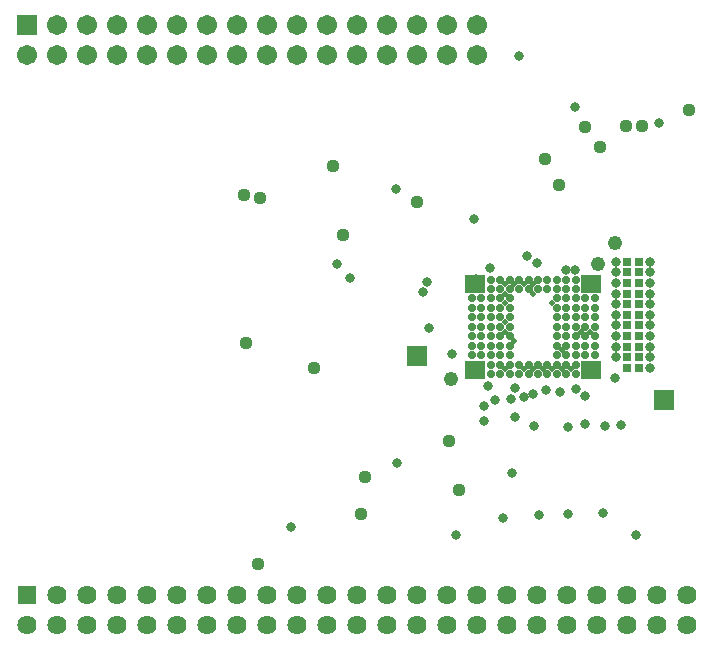
<source format=gbs>
%FSLAX25Y25*%
%MOIN*%
G70*
G01*
G75*
G04 Layer_Color=16711935*
%ADD10R,0.02362X0.01969*%
%ADD11R,0.01969X0.02362*%
%ADD12R,0.03937X0.03937*%
%ADD13R,0.02756X0.05118*%
%ADD14O,0.09843X0.02756*%
%ADD15O,0.00984X0.08709*%
%ADD16R,0.02165X0.05709*%
%ADD17R,0.02165X0.05709*%
%ADD18R,0.05709X0.02165*%
%ADD19R,0.05709X0.02165*%
%ADD20R,0.05500X0.05500*%
%ADD21C,0.00600*%
%ADD22C,0.01000*%
%ADD23R,0.04016X0.47795*%
%ADD24R,0.19930X0.02835*%
%ADD25R,0.05709X0.11535*%
%ADD26R,0.11693X0.05748*%
%ADD27R,0.09685X0.11614*%
%ADD28R,0.10354X0.24724*%
%ADD29R,0.03976X0.38622*%
%ADD30R,0.07756X0.05591*%
%ADD31R,0.02795X0.25433*%
%ADD32R,0.11102X0.04685*%
%ADD33R,0.22165X0.17244*%
%ADD34R,0.18858X0.15748*%
%ADD35R,0.03150X0.09449*%
%ADD36R,0.06299X0.06299*%
%ADD37R,0.04331X0.03937*%
%ADD38R,0.14756X0.04150*%
%ADD39C,0.04000*%
%ADD40C,0.05906*%
%ADD41R,0.05906X0.05906*%
%ADD42R,0.06000X0.06000*%
%ADD43C,0.06000*%
%ADD44C,0.02400*%
%ADD45C,0.01181*%
%ADD46C,0.03600*%
%ADD47R,0.06102X0.05512*%
%ADD48C,0.01969*%
%ADD49R,0.06732X0.10591*%
%ADD50R,0.03740X0.01811*%
%ADD51R,0.01614X0.03150*%
%ADD52R,0.01811X0.06772*%
%ADD53R,0.04134X0.15748*%
%ADD54R,0.05118X0.03150*%
%ADD55R,0.10827X0.05079*%
%ADD56R,0.04764X0.03898*%
%ADD57R,0.07559X0.05039*%
%ADD58R,0.07323X0.08110*%
%ADD59R,0.08425X0.10433*%
%ADD60R,0.04882X0.04803*%
%ADD61R,0.07008X0.05315*%
%ADD62R,0.03701X0.18425*%
%ADD63R,0.06299X0.10630*%
%ADD64R,0.04724X0.02362*%
%ADD65R,0.06299X0.01969*%
%ADD66R,0.12165X0.03661*%
%ADD67R,0.14488X0.02402*%
%ADD68R,0.05236X0.01969*%
%ADD69R,0.14724X0.11417*%
%ADD70C,0.00984*%
%ADD71C,0.02362*%
%ADD72C,0.00394*%
%ADD73C,0.00787*%
%ADD74C,0.00100*%
%ADD75C,0.00800*%
%ADD76C,0.00500*%
%ADD77R,0.03162X0.02769*%
%ADD78R,0.02769X0.03162*%
%ADD79R,0.04737X0.04737*%
%ADD80R,0.03556X0.05918*%
%ADD81O,0.10642X0.03556*%
%ADD82O,0.01784X0.09509*%
%ADD83R,0.02965X0.06509*%
%ADD84R,0.02965X0.06509*%
%ADD85R,0.06509X0.02965*%
%ADD86R,0.06509X0.02965*%
%ADD87C,0.04800*%
%ADD88C,0.06706*%
%ADD89R,0.06706X0.06706*%
%ADD90R,0.06400X0.06400*%
%ADD91C,0.06400*%
%ADD92C,0.03200*%
%ADD93C,0.01981*%
%ADD94C,0.04400*%
%ADD95R,0.06902X0.06312*%
%ADD96C,0.02769*%
D77*
X215905Y132362D02*
D03*
X211968D02*
D03*
X215905Y128819D02*
D03*
X211968D02*
D03*
X215905Y125276D02*
D03*
X211968D02*
D03*
X215905Y121732D02*
D03*
X211968D02*
D03*
X211968Y96929D02*
D03*
X215905D02*
D03*
X215905Y100472D02*
D03*
X211968D02*
D03*
X211968Y118189D02*
D03*
X215905D02*
D03*
X211968Y114646D02*
D03*
X215905D02*
D03*
X215905Y111102D02*
D03*
X211968D02*
D03*
X215905Y107559D02*
D03*
X211968D02*
D03*
X215905Y104016D02*
D03*
X211968D02*
D03*
D87*
X207992Y138661D02*
D03*
X153416Y93134D02*
D03*
X202235Y131716D02*
D03*
D88*
X162000Y201297D02*
D03*
Y211297D02*
D03*
X152000Y201297D02*
D03*
Y211297D02*
D03*
X142000Y201297D02*
D03*
Y211297D02*
D03*
X132000Y201297D02*
D03*
Y211297D02*
D03*
X122000Y201297D02*
D03*
Y211297D02*
D03*
X112000Y201297D02*
D03*
Y211297D02*
D03*
X102000Y201297D02*
D03*
Y211297D02*
D03*
X92000Y201297D02*
D03*
Y211297D02*
D03*
X82000Y201297D02*
D03*
Y211297D02*
D03*
X72000Y201297D02*
D03*
Y211297D02*
D03*
X62000Y201297D02*
D03*
Y211297D02*
D03*
X52000Y201297D02*
D03*
Y211297D02*
D03*
X42000Y201297D02*
D03*
Y211297D02*
D03*
X32000Y201297D02*
D03*
Y211297D02*
D03*
X22000Y201297D02*
D03*
Y211297D02*
D03*
X12000Y201297D02*
D03*
D89*
Y211297D02*
D03*
X141999Y101008D02*
D03*
X224200Y86339D02*
D03*
D90*
X12000Y21297D02*
D03*
D91*
Y11297D02*
D03*
X92001Y21297D02*
D03*
X82000Y11297D02*
D03*
Y21297D02*
D03*
X62001D02*
D03*
X72000Y11297D02*
D03*
X62001D02*
D03*
X102000Y21297D02*
D03*
X72000D02*
D03*
X92001Y11297D02*
D03*
X132001D02*
D03*
X52000Y21297D02*
D03*
X42000D02*
D03*
Y11297D02*
D03*
X52000D02*
D03*
X142000D02*
D03*
Y21297D02*
D03*
X152000D02*
D03*
Y11297D02*
D03*
X232000Y21297D02*
D03*
X222001Y11297D02*
D03*
X212000Y21297D02*
D03*
Y11297D02*
D03*
X202000Y21297D02*
D03*
Y11297D02*
D03*
X192000D02*
D03*
X182001D02*
D03*
X172001D02*
D03*
X182001Y21297D02*
D03*
X172001D02*
D03*
X162001D02*
D03*
Y11297D02*
D03*
X32000Y21297D02*
D03*
Y11297D02*
D03*
X102000D02*
D03*
X132001Y21297D02*
D03*
X122001Y11297D02*
D03*
X192000Y21297D02*
D03*
X232000Y11297D02*
D03*
X222001Y21297D02*
D03*
X112001D02*
D03*
X122001D02*
D03*
X112001Y11297D02*
D03*
X22001Y21297D02*
D03*
Y11297D02*
D03*
D92*
X178800Y134400D02*
D03*
X207953Y93622D02*
D03*
X175984Y201024D02*
D03*
X164331Y79331D02*
D03*
X192393Y48237D02*
D03*
X182550Y47904D02*
D03*
X170787Y47087D02*
D03*
X204095Y48583D02*
D03*
X100039Y44094D02*
D03*
X135315Y65197D02*
D03*
X194528Y184016D02*
D03*
X222520Y178532D02*
D03*
X165791Y90828D02*
D03*
X153543Y101457D02*
D03*
X145984Y110236D02*
D03*
X208313Y114646D02*
D03*
Y132362D02*
D03*
Y128819D02*
D03*
Y100472D02*
D03*
Y107559D02*
D03*
Y104016D02*
D03*
Y125276D02*
D03*
Y111102D02*
D03*
Y118189D02*
D03*
Y121732D02*
D03*
X191605Y129748D02*
D03*
X194755D02*
D03*
X166408Y130141D02*
D03*
X164173Y84252D02*
D03*
X168032Y86339D02*
D03*
X145276Y125551D02*
D03*
X143898Y122362D02*
D03*
X181850Y132047D02*
D03*
X210079Y78071D02*
D03*
X204606Y77638D02*
D03*
X184881Y89567D02*
D03*
X180669Y88307D02*
D03*
X177667Y87346D02*
D03*
X173465Y86614D02*
D03*
X174488Y90197D02*
D03*
X189606Y89016D02*
D03*
X194921Y90000D02*
D03*
X160995Y146677D02*
D03*
X119558Y126858D02*
D03*
X115227Y131582D02*
D03*
X134912Y156519D02*
D03*
X197904Y87622D02*
D03*
X174676Y80535D02*
D03*
X219561Y121732D02*
D03*
Y118189D02*
D03*
Y111102D02*
D03*
X161727Y126705D02*
D03*
X180936Y77464D02*
D03*
X219561Y125276D02*
D03*
X173630Y62031D02*
D03*
X219561Y104016D02*
D03*
Y107559D02*
D03*
Y96929D02*
D03*
Y100472D02*
D03*
X192403Y77402D02*
D03*
X197907Y78423D02*
D03*
X219561Y128819D02*
D03*
Y132362D02*
D03*
Y114646D02*
D03*
X214833Y41165D02*
D03*
X154991Y41165D02*
D03*
D93*
X180748Y121693D02*
D03*
X171299D02*
D03*
Y109095D02*
D03*
X199646D02*
D03*
X196496D02*
D03*
X171299Y112244D02*
D03*
X190197Y102795D02*
D03*
X187047Y118543D02*
D03*
X174449Y105945D02*
D03*
X171299Y118543D02*
D03*
Y124843D02*
D03*
X174449D02*
D03*
X180748D02*
D03*
X177598D02*
D03*
X183898Y96496D02*
D03*
X171259Y96496D02*
D03*
X193347Y96496D02*
D03*
X190197D02*
D03*
X187047D02*
D03*
X177598D02*
D03*
X180748D02*
D03*
D94*
X156102Y56417D02*
D03*
X89724Y153740D02*
D03*
X89016Y31653D02*
D03*
X232638Y182992D02*
D03*
X197823Y177154D02*
D03*
X113819Y164370D02*
D03*
X107609Y97004D02*
D03*
X152629Y72661D02*
D03*
X189243Y158094D02*
D03*
X141999Y152189D02*
D03*
X184519Y166756D02*
D03*
X117196Y141425D02*
D03*
X84912Y105204D02*
D03*
X124563Y60583D02*
D03*
X84244Y154690D02*
D03*
X123389Y48364D02*
D03*
X203013Y170625D02*
D03*
X211741Y177639D02*
D03*
X216885Y177483D02*
D03*
D95*
X161358Y96299D02*
D03*
X161358Y125039D02*
D03*
X200138Y96299D02*
D03*
Y125039D02*
D03*
D96*
X172874Y94921D02*
D03*
Y110669D02*
D03*
X163425D02*
D03*
X172874Y126417D02*
D03*
X188622Y94921D02*
D03*
X198071Y110669D02*
D03*
X188622D02*
D03*
Y126417D02*
D03*
X172874Y98071D02*
D03*
Y101221D02*
D03*
X163425D02*
D03*
X172874Y104370D02*
D03*
X163425D02*
D03*
X172874Y107520D02*
D03*
X163425D02*
D03*
X172874Y113819D02*
D03*
X163425D02*
D03*
X172874Y116969D02*
D03*
X163425D02*
D03*
X172874Y120118D02*
D03*
X163425D02*
D03*
X172874Y123268D02*
D03*
X188622Y98071D02*
D03*
X198071Y101221D02*
D03*
X188622D02*
D03*
X198071Y104370D02*
D03*
X188622D02*
D03*
X198071Y107520D02*
D03*
X188622D02*
D03*
X198071Y113819D02*
D03*
X188622D02*
D03*
X198071Y116969D02*
D03*
X188622D02*
D03*
X198071Y120118D02*
D03*
X188622D02*
D03*
Y123268D02*
D03*
X160276Y110669D02*
D03*
X169724Y94921D02*
D03*
X166575D02*
D03*
X169724Y110669D02*
D03*
X166575D02*
D03*
X169724Y126417D02*
D03*
X166575D02*
D03*
X179173Y94921D02*
D03*
X176024D02*
D03*
X179173Y126417D02*
D03*
X176024D02*
D03*
X185472Y94921D02*
D03*
X182323D02*
D03*
X185472Y126417D02*
D03*
X182323D02*
D03*
X191772Y94921D02*
D03*
X194921Y110669D02*
D03*
X191772D02*
D03*
X194921Y94921D02*
D03*
Y126417D02*
D03*
X191772D02*
D03*
X201220Y110669D02*
D03*
X160276Y101221D02*
D03*
Y104370D02*
D03*
Y107520D02*
D03*
Y113819D02*
D03*
Y116969D02*
D03*
Y120118D02*
D03*
X169724Y98071D02*
D03*
X166575D02*
D03*
X169724Y101221D02*
D03*
X166575D02*
D03*
X169724Y104370D02*
D03*
X166575D02*
D03*
X169724Y107520D02*
D03*
X166575D02*
D03*
X169724Y113819D02*
D03*
X166575D02*
D03*
X169724Y116969D02*
D03*
X166575D02*
D03*
X169724Y120118D02*
D03*
X166575D02*
D03*
X169724Y123268D02*
D03*
X166575D02*
D03*
X179173Y98071D02*
D03*
X176024D02*
D03*
X179173Y123268D02*
D03*
X176024D02*
D03*
X185472Y98071D02*
D03*
X182323D02*
D03*
X185472Y123268D02*
D03*
X182323D02*
D03*
X194921Y98071D02*
D03*
X191772D02*
D03*
X194921Y101221D02*
D03*
X191772D02*
D03*
X194921Y104370D02*
D03*
X191772D02*
D03*
X194921Y107520D02*
D03*
X191772D02*
D03*
X194921Y113819D02*
D03*
X191772D02*
D03*
X194921Y116969D02*
D03*
X191772D02*
D03*
X194921Y120118D02*
D03*
X191772D02*
D03*
X194921Y123268D02*
D03*
X191772D02*
D03*
X201220Y101221D02*
D03*
Y104370D02*
D03*
Y107520D02*
D03*
Y113819D02*
D03*
Y116969D02*
D03*
Y120118D02*
D03*
M02*

</source>
